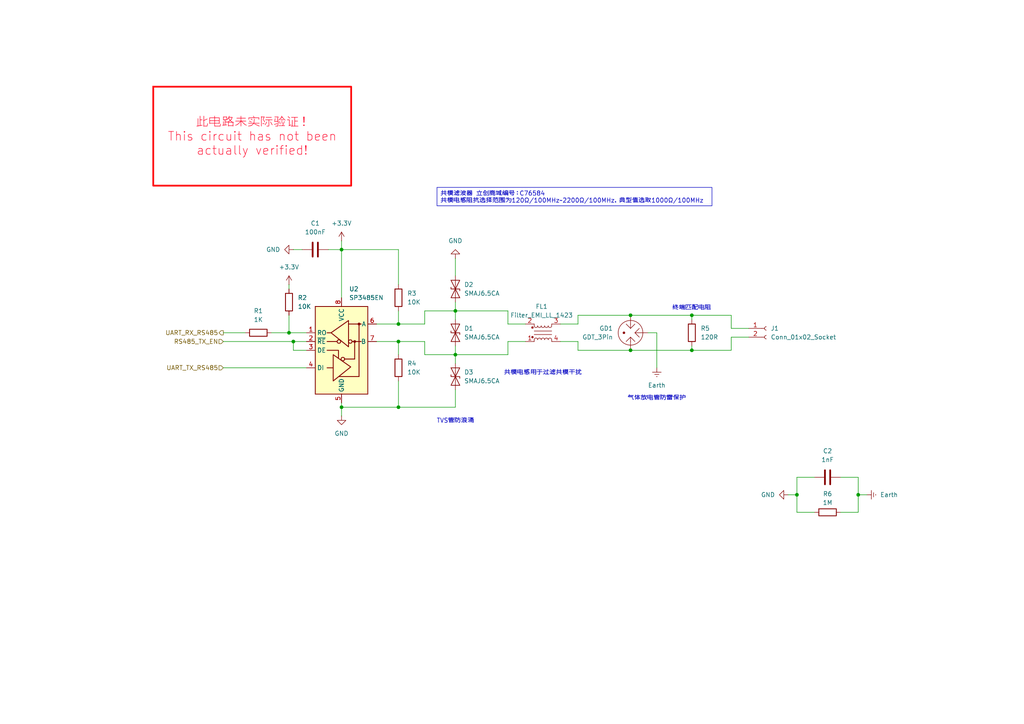
<source format=kicad_sch>
(kicad_sch (version 20231120) (generator "eeschema") (generator_version "8.0")
  (paper "A4")
  (lib_symbols
    (symbol "Connector:Conn_01x02_Socket" (pin_names (offset 1.016) hide)
      (property "Reference" "J" (at 0 2.54 0))
      (property "Value" "Conn_01x02_Socket" (at 0 -5.08 0))
      (symbol "Conn_01x02_Socket_1_1"
        (arc (start 0 -2.032) (mid -0.5058 -2.54) (end 0 -3.048) (stroke (width 0.1524)))
        (polyline (pts (xy -1.27 -2.54) (xy -0.508 -2.54)) (stroke (width 0.1524)))
        (polyline (pts (xy -1.27 0) (xy -0.508 0)) (stroke (width 0.1524)))
        (arc (start 0 0.508) (mid -0.5058 0) (end 0 -0.508) (stroke (width 0.1524)))
        (pin passive line (at -5.08 0 0) (length 3.81) (name "Pin_1") (number "1"))
        (pin passive line (at -5.08 -2.54 0) (length 3.81) (name "Pin_2") (number "2"))
      )
    )
    (symbol "Device:C" (pin_numbers hide) (pin_names (offset 0.254))
      (property "Reference" "C" (at 0.635 2.54 0))
      (property "Value" "C" (at 0.635 -2.54 0))
      (symbol "C_0_1"
        (polyline (pts (xy -2.032 -0.762) (xy 2.032 -0.762)) (stroke (width 0.508)))
        (polyline (pts (xy -2.032 0.762) (xy 2.032 0.762)) (stroke (width 0.508)))
      )
      (symbol "C_1_1"
        (pin passive line (at 0 3.81 270) (length 2.794) (name "~") (number "1"))
        (pin passive line (at 0 -3.81 90) (length 2.794) (name "~") (number "2"))
      )
    )
    (symbol "Device:Filter_EMI_LL_1423" (pin_names hide)
      (property "Reference" "FL" (at 0 4.445 0))
      (property "Value" "Filter_EMI_LL_1423" (at 0 -4.445 0))
      (symbol "Filter_EMI_LL_1423_0_1"
        (circle (center -3.048 -1.27) (radius 0.254) (fill (type outline)))
        (circle (center -3.048 1.524) (radius 0.254) (fill (type outline)))
        (arc (start -2.54 2.032) (mid -2.032 1.5262) (end -1.524 2.032))
        (arc (start -1.524 -2.032) (mid -2.032 -1.5262) (end -2.54 -2.032))
        (arc (start -1.524 2.032) (mid -1.016 1.5262) (end -0.508 2.032))
        (arc (start -0.508 -2.032) (mid -1.016 -1.5262) (end -1.524 -2.032))
        (arc (start -0.508 2.032) (mid 0 1.5262) (end 0.508 2.032))
        (polyline (pts (xy -2.54 -2.032) (xy -2.54 -2.54)))
        (polyline (pts (xy -2.54 0.508) (xy 2.54 0.508)))
        (polyline (pts (xy -2.54 2.032) (xy -2.54 2.54)))
        (polyline (pts (xy 2.54 -2.032) (xy 2.54 -2.54)))
        (polyline (pts (xy 2.54 -0.508) (xy -2.54 -0.508)))
        (polyline (pts (xy 2.54 2.54) (xy 2.54 2.032)))
        (arc (start 0.508 -2.032) (mid 0 -1.5262) (end -0.508 -2.032))
        (arc (start 0.508 2.032) (mid 1.016 1.5262) (end 1.524 2.032))
        (arc (start 1.524 -2.032) (mid 1.016 -1.5262) (end 0.508 -2.032))
        (arc (start 1.524 2.032) (mid 2.032 1.5262) (end 2.54 2.032))
        (arc (start 2.54 -2.032) (mid 2.032 -1.5262) (end 1.524 -2.032))
      )
      (symbol "Filter_EMI_LL_1423_1_1"
        (pin passive line (at -5.08 -2.54 0) (length 2.54) (name "1") (number "1"))
        (pin passive line (at -5.08 2.54 0) (length 2.54) (name "2") (number "2"))
        (pin passive line (at 5.08 2.54 180) (length 2.54) (name "3") (number "3"))
        (pin passive line (at 5.08 -2.54 180) (length 2.54) (name "4") (number "4"))
      )
    )
    (symbol "Device:GDT_3Pin" (pin_numbers hide)
      (property "Reference" "GD" (at 5.08 0 90))
      (property "Value" "GDT_3Pin" (at 7.62 0 90))
      (symbol "GDT_3Pin_0_1"
        (polyline (pts (xy -2.54 0) (xy -1.27 0)))
        (polyline (pts (xy 0 -2.54) (xy 0 -1.27)))
        (polyline (pts (xy 0 -1.27) (xy -1.27 -2.54)))
        (polyline (pts (xy 0 -1.27) (xy 1.27 -2.54)))
        (polyline (pts (xy 0 1.27) (xy -1.27 2.54)))
        (polyline (pts (xy 0 1.27) (xy 1.27 2.54)))
        (polyline (pts (xy 0 2.54) (xy 0 1.27)))
        (polyline (pts (xy -2.54 1.27) (xy -1.27 0) (xy -2.54 -1.27)))
        (circle (center 0 0) (radius 3.5814))
        (circle (center 1.905 0) (radius 0.127))
        (circle (center 1.905 0) (radius 0.127))
        (circle (center 1.905 0) (radius 0.2794))
        (circle (center 2.032 0) (radius 0.127))
      )
      (symbol "GDT_3Pin_1_1"
        (pin passive line (at 0 -5.08 90) (length 2.54) (name "~") (number "1"))
        (pin passive line (at -5.08 0 0) (length 2.54) (name "~") (number "2"))
        (pin passive line (at 0 5.08 270) (length 2.54) (name "~") (number "3"))
      )
    )
    (symbol "Device:R" (pin_numbers hide) (pin_names (offset 0))
      (property "Reference" "R" (at 2.032 0 90))
      (property "Value" "R" (at 0 0 90))
      (symbol "R_0_1"
        (rectangle (start -1.016 -2.54) (end 1.016 2.54) (stroke (width 0.254)))
      )
      (symbol "R_1_1"
        (pin passive line (at 0 3.81 270) (length 1.27) (name "~") (number "1"))
        (pin passive line (at 0 -3.81 90) (length 1.27) (name "~") (number "2"))
      )
    )
    (symbol "Diode:SMAJ6.5CA" (pin_numbers hide) (pin_names (offset 1.016) hide)
      (property "Reference" "D" (at 0 2.54 0))
      (property "Value" "SMAJ6.5CA" (at 0 -2.54 0))
      (symbol "SMAJ6.5CA_0_1"
        (polyline (pts (xy 1.27 0) (xy -1.27 0)))
        (polyline (pts (xy -2.54 -1.27) (xy 0 0) (xy -2.54 1.27) (xy -2.54 -1.27)) (stroke (width 0.2032)))
        (polyline (pts (xy 0.508 1.27) (xy 0 1.27) (xy 0 -1.27) (xy -0.508 -1.27)) (stroke (width 0.2032)))
        (polyline (pts (xy 2.54 1.27) (xy 2.54 -1.27) (xy 0 0) (xy 2.54 1.27)) (stroke (width 0.2032)))
      )
      (symbol "SMAJ6.5CA_1_1"
        (pin passive line (at -3.81 0 0) (length 2.54) (name "A1") (number "1"))
        (pin passive line (at 3.81 0 180) (length 2.54) (name "A2") (number "2"))
      )
    )
    (symbol "Interface_UART:SP3485EN"
      (property "Reference" "U" (at -7.62 13.97 0))
      (property "Value" "SP3485EN" (at 1.905 13.97 0))
      (symbol "SP3485EN_0_1"
        (rectangle (start -7.62 12.7) (end 7.62 -12.7) (stroke (width 0.254)) (fill (type background)))
        (polyline (pts (xy -4.191 2.54) (xy -1.27 2.54)) (stroke (width 0.254)))
        (polyline (pts (xy -2.54 -5.08) (xy -4.191 -5.08)) (stroke (width 0.254)))
        (polyline (pts (xy -0.635 -7.62) (xy 5.08 -7.62)) (stroke (width 0.254)))
        (polyline (pts (xy 0.889 -2.54) (xy 3.81 -2.54)) (stroke (width 0.254)))
        (polyline (pts (xy 2.032 7.62) (xy 5.715 7.62)) (stroke (width 0.254)))
        (polyline (pts (xy 3.048 2.54) (xy 5.715 2.54)) (stroke (width 0.254)))
        (polyline (pts (xy 3.81 -2.54) (xy 3.81 2.54)) (stroke (width 0.254)))
        (polyline (pts (xy 5.08 -7.62) (xy 5.08 7.62)) (stroke (width 0.254)))
        (polyline (pts (xy -4.191 0) (xy -0.889 0) (xy -0.889 -2.286)) (stroke (width 0.254)))
        (polyline (pts (xy -3.175 5.08) (xy -4.191 5.08) (xy -4.064 5.08)) (stroke (width 0.254)))
        (polyline (pts (xy -2.413 -5.08) (xy -2.413 -1.27) (xy 2.667 -4.826) (xy -2.413 -8.89) (xy -2.413 -5.08)) (stroke (width 0.254)))
        (circle (center 0.381 -2.54) (radius 0.508) (stroke (width 0.254)))
        (circle (center 3.81 2.54) (radius 0.2794) (stroke (width 0.254)) (fill (type outline)))
      )
      (symbol "SP3485EN_1_1"
        (circle (center -0.762 2.54) (radius 0.508) (stroke (width 0.254)))
        (polyline (pts (xy 2.032 4.826) (xy 2.032 8.636) (xy -3.048 5.08) (xy 2.032 1.016) (xy 2.032 4.826)) (stroke (width 0.254)))
        (circle (center 2.54 2.54) (radius 0.508) (stroke (width 0.254)))
        (circle (center 5.08 7.62) (radius 0.2794) (stroke (width 0.254)) (fill (type outline)))
        (pin output line (at -10.16 5.08 0) (length 2.54) (name "RO") (number "1"))
        (pin input line (at -10.16 2.54 0) (length 2.54) (name "~{RE}") (number "2"))
        (pin input line (at -10.16 0 0) (length 2.54) (name "DE") (number "3"))
        (pin input line (at -10.16 -5.08 0) (length 2.54) (name "DI") (number "4"))
        (pin power_in line (at 0 -15.24 90) (length 2.54) (name "GND") (number "5"))
        (pin bidirectional line (at 10.16 7.62 180) (length 2.54) (name "A") (number "6"))
        (pin bidirectional line (at 10.16 2.54 180) (length 2.54) (name "B") (number "7"))
        (pin power_in line (at 0 15.24 270) (length 2.54) (name "VCC") (number "8"))
      )
    )
    (symbol "power:+3.3V" (power) (pin_numbers hide) (pin_names (offset 0) hide)
      (property "Value" "+3.3V" (at 0 3.556 0))
      (symbol "+3.3V_0_1"
        (polyline (pts (xy -0.762 1.27) (xy 0 2.54)))
        (polyline (pts (xy 0 0) (xy 0 2.54)))
        (polyline (pts (xy 0 2.54) (xy 0.762 1.27)))
      )
      (symbol "+3.3V_1_1"
        (pin power_in line (at 0 0 90) (length 0) (name "~") (number "1"))
      )
    )
    (symbol "power:Earth" (power) (pin_numbers hide) (pin_names (offset 0) hide)
      (property "Value" "Earth" (at 0 -3.81 0))
      (symbol "Earth_0_1"
        (polyline (pts (xy -0.635 -1.905) (xy 0.635 -1.905)))
        (polyline (pts (xy -0.127 -2.54) (xy 0.127 -2.54)))
        (polyline (pts (xy 0 -1.27) (xy 0 0)))
        (polyline (pts (xy 1.27 -1.27) (xy -1.27 -1.27)))
      )
      (symbol "Earth_1_1"
        (pin power_in line (at 0 0 270) (length 0) (name "~") (number "1"))
      )
    )
    (symbol "power:GND" (power) (pin_numbers hide) (pin_names (offset 0) hide)
      (property "Value" "GND" (at 0 -3.81 0))
      (symbol "GND_0_1"
        (polyline (pts (xy 0 0) (xy 0 -1.27) (xy 1.27 -1.27) (xy 0 -2.54) (xy -1.27 -1.27) (xy 0 -1.27)))
      )
      (symbol "GND_1_1"
        (pin power_in line (at 0 0 270) (length 0) (name "~") (number "1"))
      )
    )
  )
  (junction (at 132.08 90.17))
  (junction (at 99.06 118.11))
  (junction (at 182.88 101.6))
  (junction (at 115.57 93.98))
  (junction (at 200.66 91.44))
  (junction (at 248.92 143.51))
  (junction (at 182.88 91.44))
  (junction (at 231.14 143.51))
  (junction (at 83.82 96.52))
  (junction (at 115.57 118.11))
  (junction (at 200.66 101.6))
  (junction (at 85.09 99.06))
  (junction (at 99.06 72.39))
  (junction (at 132.08 102.87))
  (junction (at 115.57 99.06))
  (wire (pts (xy 109.22 93.98) (xy 115.57 93.98)))
  (wire (pts (xy 132.08 100.33) (xy 132.08 102.87)))
  (wire (pts (xy 212.09 95.25) (xy 217.17 95.25)))
  (wire (pts (xy 132.08 90.17) (xy 132.08 92.71)))
  (wire (pts (xy 167.64 91.44) (xy 182.88 91.44)))
  (wire (pts (xy 167.64 101.6) (xy 182.88 101.6)))
  (wire (pts (xy 99.06 72.39) (xy 99.06 86.36)))
  (wire (pts (xy 236.22 148.59) (xy 231.14 148.59)))
  (wire (pts (xy 162.56 99.06) (xy 167.64 99.06)))
  (wire (pts (xy 115.57 99.06) (xy 115.57 102.87)))
  (wire (pts (xy 115.57 72.39) (xy 99.06 72.39)))
  (wire (pts (xy 236.22 138.43) (xy 231.14 138.43)))
  (wire (pts (xy 115.57 110.49) (xy 115.57 118.11)))
  (wire (pts (xy 167.64 99.06) (xy 167.64 101.6)))
  (wire (pts (xy 123.19 93.98) (xy 115.57 93.98)))
  (wire (pts (xy 132.08 113.03) (xy 132.08 118.11)))
  (wire (pts (xy 132.08 102.87) (xy 147.32 102.87)))
  (wire (pts (xy 152.4 93.98) (xy 147.32 93.98)))
  (wire (pts (xy 95.25 72.39) (xy 99.06 72.39)))
  (wire (pts (xy 115.57 93.98) (xy 115.57 90.17)))
  (wire (pts (xy 85.09 99.06) (xy 88.9 99.06)))
  (wire (pts (xy 115.57 82.55) (xy 115.57 72.39)))
  (wire (pts (xy 243.84 138.43) (xy 248.92 138.43)))
  (wire (pts (xy 88.9 101.6) (xy 85.09 101.6)))
  (wire (pts (xy 132.08 90.17) (xy 123.19 90.17)))
  (wire (pts (xy 64.77 96.52) (xy 71.12 96.52)))
  (wire (pts (xy 83.82 96.52) (xy 88.9 96.52)))
  (wire (pts (xy 99.06 69.85) (xy 99.06 72.39)))
  (wire (pts (xy 182.88 101.6) (xy 200.66 101.6)))
  (wire (pts (xy 132.08 74.93) (xy 132.08 80.01)))
  (wire (pts (xy 200.66 91.44) (xy 212.09 91.44)))
  (wire (pts (xy 147.32 102.87) (xy 147.32 99.06)))
  (wire (pts (xy 167.64 93.98) (xy 167.64 91.44)))
  (wire (pts (xy 190.5 96.52) (xy 187.96 96.52)))
  (wire (pts (xy 99.06 118.11) (xy 99.06 116.84)))
  (wire (pts (xy 78.74 96.52) (xy 83.82 96.52)))
  (wire (pts (xy 115.57 118.11) (xy 99.06 118.11)))
  (wire (pts (xy 83.82 82.55) (xy 83.82 83.82)))
  (wire (pts (xy 182.88 91.44) (xy 200.66 91.44)))
  (wire (pts (xy 212.09 97.79) (xy 217.17 97.79)))
  (wire (pts (xy 123.19 99.06) (xy 115.57 99.06)))
  (wire (pts (xy 132.08 105.41) (xy 132.08 102.87)))
  (wire (pts (xy 200.66 91.44) (xy 200.66 92.71)))
  (wire (pts (xy 64.77 99.06) (xy 85.09 99.06)))
  (wire (pts (xy 162.56 93.98) (xy 167.64 93.98)))
  (wire (pts (xy 109.22 99.06) (xy 115.57 99.06)))
  (wire (pts (xy 85.09 101.6) (xy 85.09 99.06)))
  (wire (pts (xy 231.14 143.51) (xy 228.6 143.51)))
  (wire (pts (xy 190.5 96.52) (xy 190.5 106.68)))
  (wire (pts (xy 248.92 138.43) (xy 248.92 143.51)))
  (wire (pts (xy 147.32 99.06) (xy 152.4 99.06)))
  (wire (pts (xy 123.19 90.17) (xy 123.19 93.98)))
  (wire (pts (xy 248.92 148.59) (xy 248.92 143.51)))
  (wire (pts (xy 231.14 148.59) (xy 231.14 143.51)))
  (wire (pts (xy 132.08 118.11) (xy 115.57 118.11)))
  (wire (pts (xy 85.09 72.39) (xy 87.63 72.39)))
  (wire (pts (xy 231.14 138.43) (xy 231.14 143.51)))
  (wire (pts (xy 147.32 90.17) (xy 132.08 90.17)))
  (wire (pts (xy 132.08 87.63) (xy 132.08 90.17)))
  (wire (pts (xy 147.32 93.98) (xy 147.32 90.17)))
  (wire (pts (xy 83.82 91.44) (xy 83.82 96.52)))
  (wire (pts (xy 212.09 101.6) (xy 212.09 97.79)))
  (wire (pts (xy 243.84 148.59) (xy 248.92 148.59)))
  (wire (pts (xy 132.08 102.87) (xy 123.19 102.87)))
  (wire (pts (xy 212.09 91.44) (xy 212.09 95.25)))
  (wire (pts (xy 200.66 100.33) (xy 200.66 101.6)))
  (wire (pts (xy 200.66 101.6) (xy 212.09 101.6)))
  (wire (pts (xy 99.06 120.65) (xy 99.06 118.11)))
  (wire (pts (xy 123.19 102.87) (xy 123.19 99.06)))
  (wire (pts (xy 64.77 106.68) (xy 88.9 106.68)))
  (wire (pts (xy 251.46 143.51) (xy 248.92 143.51)))
  (text_box "此电路未实际验证！\nThis circuit has not been actually verified!" (at 44.45 25.146 0) (size 57.404 28.702) (stroke (width 0.508) (color 255 6 8 1)) (effects (font (size 2.54 2.54))))
  (text_box "共模滤波器 立创商城编号：C76584\n共模电感阻抗选择范围为120Ω/100MHz~2200Ω/100MHz，典型值选取1000Ω/100MHz" (exclude_from_sim yes) (at 126.746 54.356 0) (size 79.756 5.334) (effects (font (size 1.27 1.27)) (justify left top)))
  (text "终端匹配电阻" (at 200.66 89.408 0) (effects (font (size 1.27 1.27))))
  (text "TVS管防浪涌" (at 132.08 122.174 0) (effects (font (size 1.27 1.27))))
  (text "气体放电管防雷保护" (at 190.5 115.57 0) (effects (font (size 1.27 1.27))))
  (text "共模电感用于过滤共模干扰" (at 157.48 108.204 0) (effects (font (size 1.27 1.27))))
  (hierarchical_label "RS485_TX_EN" (shape input) (at 64.77 99.06 180))
  (hierarchical_label "UART_TX_RS485" (shape input) (at 64.77 106.68 180))
  (hierarchical_label "UART_RX_RS485" (shape output) (at 64.77 96.52 180))
  (symbol (lib_id "Interface_UART:SP3485EN") (at 99.06 101.6 0) (unit 1)
    (property "Reference" "U2" (at 101.2541 83.82 0) (effects (justify left)))
    (property "Value" "SP3485EN" (at 101.2541 86.36 0) (effects (justify left)))
    (property "Footprint" "Package_SO:SOIC-8_3.9x4.9mm_P1.27mm" (effects (hide yes)))
    (property "Datasheet" "http://www.icbase.com/pdf/SPX/SPX00480106.pdf" (effects (hide yes)))
    (property "Description" "Industrial 3.3V Low Power Half-Duplex RS-485 Transceiver 10Mbps, SOIC-8" (effects (hide yes)))
  )
  (symbol (lib_id "power:+3.3V") (at 83.82 82.55 0) (unit 1)
    (property "Reference" "#PWR02" (effects (hide yes)))
    (property "Value" "+3.3V" (at 83.82 77.47 0))
    (property "Description" "Power symbol creates a global label with name \"+3.3V\"" (effects (hide yes)))
  )
  (symbol (lib_id "Device:R") (at 74.93 96.52 90) (unit 1)
    (property "Reference" "R1" (at 74.93 90.17 90))
    (property "Value" "1K" (at 74.93 92.71 90))
    (property "Footprint" "Resistor_SMD:R_0805_2012Metric" (effects (hide yes)))
    (property "Description" "Resistor" (effects (hide yes)))
  )
  (symbol (lib_id "power:GND") (at 85.09 72.39 270) (unit 1)
    (property "Reference" "#PWR04" (effects (hide yes)))
    (property "Value" "GND" (at 81.28 72.3899 90) (effects (justify right)))
    (property "Description" "Power symbol creates a global label with name \"GND\" , ground" (effects (hide yes)))
  )
  (symbol (lib_id "Device:R") (at 83.82 87.63 180) (unit 1)
    (property "Reference" "R2" (at 86.36 86.3599 0) (effects (justify right)))
    (property "Value" "10K" (at 86.36 88.8999 0) (effects (justify right)))
    (property "Footprint" "Resistor_SMD:R_0805_2012Metric" (effects (hide yes)))
    (property "Description" "Resistor" (effects (hide yes)))
  )
  (symbol (lib_id "power:GND") (at 99.06 120.65 0) (unit 1)
    (property "Reference" "#PWR01" (effects (hide yes)))
    (property "Value" "GND" (at 99.06 125.73 0))
    (property "Description" "Power symbol creates a global label with name \"GND\" , ground" (effects (hide yes)))
  )
  (symbol (lib_id "Device:R") (at 115.57 106.68 180) (unit 1)
    (property "Reference" "R4" (at 118.11 105.4099 0) (effects (justify right)))
    (property "Value" "10K" (at 118.11 107.9499 0) (effects (justify right)))
    (property "Footprint" "Resistor_SMD:R_0805_2012Metric" (effects (hide yes)))
    (property "Description" "Resistor" (effects (hide yes)))
  )
  (symbol (lib_id "Device:C") (at 91.44 72.39 90) (unit 1)
    (property "Reference" "C1" (at 91.44 64.77 90))
    (property "Value" "100nF" (at 91.44 67.31 90))
    (property "Footprint" "Capacitor_SMD:C_0805_2012Metric" (effects (hide yes)))
    (property "Description" "Unpolarized capacitor" (effects (hide yes)))
  )
  (symbol (lib_id "Device:R") (at 115.57 86.36 180) (unit 1)
    (property "Reference" "R3" (at 118.11 85.0899 0) (effects (justify right)))
    (property "Value" "10K" (at 118.11 87.6299 0) (effects (justify right)))
    (property "Footprint" "Resistor_SMD:R_0805_2012Metric" (effects (hide yes)))
    (property "Description" "Resistor" (effects (hide yes)))
  )
  (symbol (lib_id "Diode:SMAJ6.5CA") (at 132.08 96.52 90) (unit 1)
    (property "Reference" "D1" (at 134.62 95.2499 90) (effects (justify right)))
    (property "Value" "SMAJ6.5CA" (at 134.62 97.7899 90) (effects (justify right)))
    (property "Footprint" "Diode_SMD:D_SMA" (effects (hide yes)))
    (property "Datasheet" "https://www.littelfuse.com/media?resourcetype=datasheets&itemid=75e32973-b177-4ee3-a0ff-cedaf1abdb93&filename=smaj-datasheet" (effects (hide yes)))
    (property "Description" "400W bidirectional Transient Voltage Suppressor, 6.5Vr, SMA(DO-214AC)" (effects (hide yes)))
  )
  (symbol (lib_id "power:+3.3V") (at 99.06 69.85 0) (unit 1)
    (property "Reference" "#PWR03" (effects (hide yes)))
    (property "Value" "+3.3V" (at 99.06 64.77 0))
    (property "Description" "Power symbol creates a global label with name \"+3.3V\"" (effects (hide yes)))
  )
  (symbol (lib_id "Connector:Conn_01x02_Socket") (at 222.25 95.25 0) (unit 1)
    (property "Reference" "J1" (at 223.52 95.2499 0) (effects (justify left)))
    (property "Value" "Conn_01x02_Socket" (at 223.52 97.7899 0) (effects (justify left)))
    (property "Description" "Generic connector, single row, 01x02, script generated" (effects (hide yes)))
  )
  (symbol (lib_id "Device:GDT_3Pin") (at 182.88 96.52 180) (unit 1)
    (property "Reference" "GD1" (at 177.8 95.2499 0) (effects (justify left)))
    (property "Value" "GDT_3Pin" (at 177.8 97.7899 0) (effects (justify left)))
    (property "Description" "Gas Discharge Tube with 3 Pins" (effects (hide yes)))
  )
  (symbol (lib_id "power:Earth") (at 251.46 143.51 90) (unit 1)
    (property "Reference" "#PWR08" (effects (hide yes)))
    (property "Value" "Earth" (at 255.27 143.5099 90) (effects (justify right)))
    (property "Description" "Power symbol creates a global label with name \"Earth\"" (effects (hide yes)))
  )
  (symbol (lib_id "Device:C") (at 240.03 138.43 90) (unit 1)
    (property "Reference" "C2" (at 240.03 130.81 90))
    (property "Value" "1nF" (at 240.03 133.35 90))
    (property "Footprint" "Capacitor_SMD:C_0805_2012Metric" (effects (hide yes)))
    (property "Description" "Unpolarized capacitor" (effects (hide yes)))
  )
  (symbol (lib_id "Device:R") (at 240.03 148.59 270) (unit 1)
    (property "Reference" "R6" (at 240.03 143.256 90))
    (property "Value" "1M" (at 240.03 145.796 90))
    (property "Footprint" "Resistor_SMD:R_0805_2012Metric" (effects (hide yes)))
    (property "Description" "Resistor" (effects (hide yes)))
  )
  (symbol (lib_id "Diode:SMAJ6.5CA") (at 132.08 109.22 90) (unit 1)
    (property "Reference" "D3" (at 134.62 107.9499 90) (effects (justify right)))
    (property "Value" "SMAJ6.5CA" (at 134.62 110.4899 90) (effects (justify right)))
    (property "Footprint" "Diode_SMD:D_SMA" (effects (hide yes)))
    (property "Datasheet" "https://www.littelfuse.com/media?resourcetype=datasheets&itemid=75e32973-b177-4ee3-a0ff-cedaf1abdb93&filename=smaj-datasheet" (effects (hide yes)))
    (property "Description" "400W bidirectional Transient Voltage Suppressor, 6.5Vr, SMA(DO-214AC)" (effects (hide yes)))
  )
  (symbol (lib_id "power:Earth") (at 190.5 106.68 0) (unit 1)
    (property "Reference" "#PWR06" (effects (hide yes)))
    (property "Value" "Earth" (at 190.5 111.76 0))
    (property "Description" "Power symbol creates a global label with name \"Earth\"" (effects (hide yes)))
  )
  (symbol (lib_id "power:GND") (at 132.08 74.93 180) (unit 1)
    (property "Reference" "#PWR05" (effects (hide yes)))
    (property "Value" "GND" (at 132.08 69.85 0))
    (property "Description" "Power symbol creates a global label with name \"GND\" , ground" (effects (hide yes)))
  )
  (symbol (lib_id "Device:Filter_EMI_LL_1423") (at 157.48 96.52 0) (unit 1)
    (property "Reference" "FL1" (at 157.099 88.9 0))
    (property "Value" "Filter_EMI_LL_1423" (at 157.099 91.44 0))
    (property "Description" "EMI 2-inductor filter, pin-connections 1-4 and 2-3" (effects (hide yes)))
  )
  (symbol (lib_id "Device:R") (at 200.66 96.52 180) (unit 1)
    (property "Reference" "R5" (at 203.2 95.2499 0) (effects (justify right)))
    (property "Value" "120R" (at 203.2 97.7899 0) (effects (justify right)))
    (property "Footprint" "Resistor_SMD:R_0805_2012Metric" (effects (hide yes)))
    (property "Description" "Resistor" (effects (hide yes)))
  )
  (symbol (lib_id "Diode:SMAJ6.5CA") (at 132.08 83.82 90) (unit 1)
    (property "Reference" "D2" (at 134.62 82.5499 90) (effects (justify right)))
    (property "Value" "SMAJ6.5CA" (at 134.62 85.0899 90) (effects (justify right)))
    (property "Footprint" "Diode_SMD:D_SMA" (effects (hide yes)))
    (property "Datasheet" "https://www.littelfuse.com/media?resourcetype=datasheets&itemid=75e32973-b177-4ee3-a0ff-cedaf1abdb93&filename=smaj-datasheet" (effects (hide yes)))
    (property "Description" "400W bidirectional Transient Voltage Suppressor, 6.5Vr, SMA(DO-214AC)" (effects (hide yes)))
  )
  (symbol (lib_id "power:GND") (at 228.6 143.51 270) (unit 1)
    (property "Reference" "#PWR07" (effects (hide yes)))
    (property "Value" "GND" (at 224.79 143.5099 90) (effects (justify right)))
    (property "Description" "Power symbol creates a global label with name \"GND\" , ground" (effects (hide yes)))
  )
)
</source>
